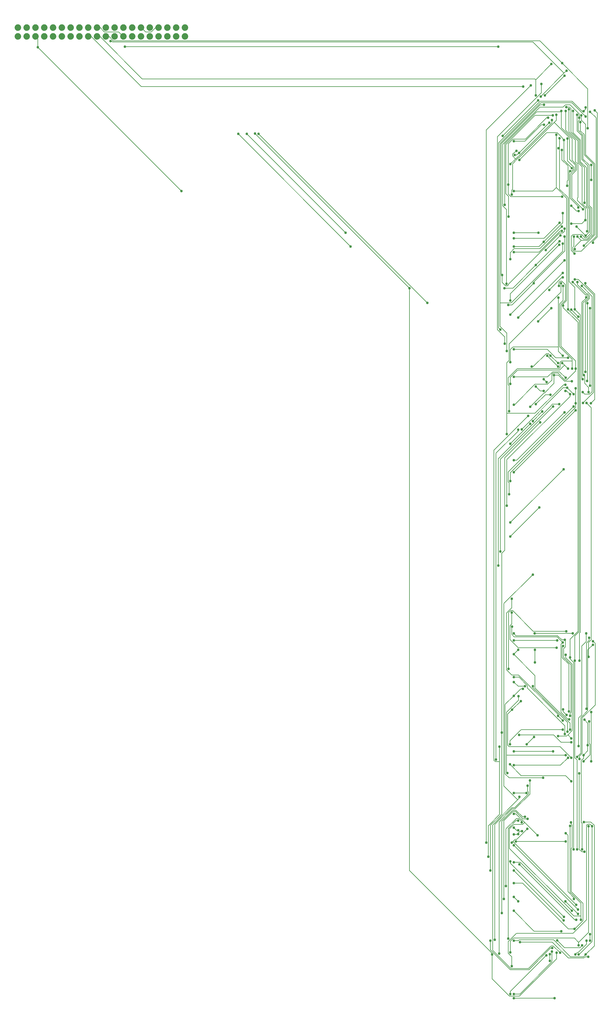
<source format=gbr>
G04 EAGLE Gerber RS-274X export*
G75*
%MOMM*%
%FSLAX34Y34*%
%LPD*%
%INBottom Copper*%
%IPPOS*%
%AMOC8*
5,1,8,0,0,1.08239X$1,22.5*%
G01*
%ADD10C,1.879600*%
%ADD11C,0.152400*%
%ADD12C,0.756400*%


D10*
X1212300Y2852400D03*
X1237700Y2852400D03*
X1263100Y2852400D03*
X1288500Y2852400D03*
X1313900Y2852400D03*
X1339300Y2852400D03*
X1364700Y2852400D03*
X1390100Y2852400D03*
X1415500Y2852400D03*
X1440900Y2852400D03*
X1466300Y2852400D03*
X1491700Y2852400D03*
X1517100Y2852400D03*
X1517100Y2877800D03*
X1491700Y2877800D03*
X1466300Y2877800D03*
X1440900Y2877800D03*
X1415500Y2877800D03*
X1390100Y2877800D03*
X1364700Y2877800D03*
X1339300Y2877800D03*
X1313900Y2877800D03*
X1288500Y2877800D03*
X1263100Y2877800D03*
X1237700Y2877800D03*
X1212300Y2877800D03*
X1542500Y2852400D03*
X1542500Y2877800D03*
X1567900Y2852400D03*
X1567900Y2877800D03*
X1593300Y2852400D03*
X1593300Y2877800D03*
X1618700Y2852400D03*
X1618700Y2877800D03*
X1644100Y2852400D03*
X1644100Y2877800D03*
X1669500Y2852400D03*
X1669500Y2877800D03*
X1694900Y2852400D03*
X1694900Y2877800D03*
D11*
X2821250Y2128750D02*
X2821250Y2065000D01*
X2821250Y2128750D02*
X2805000Y2145000D01*
X2805000Y2461250D01*
X2807500Y2463750D01*
X2835000Y1131250D02*
X2835000Y1051250D01*
X2835000Y1131250D02*
X2837500Y1133750D01*
X2837500Y2048750D01*
X2821250Y2065000D01*
X2800000Y2493750D02*
X2800000Y2557500D01*
X2800000Y2493750D02*
X2818750Y2475000D01*
X2818750Y2470000D01*
X2812500Y2463750D01*
X2807500Y2463750D01*
D12*
X2821250Y2065000D03*
X2807500Y2463750D03*
X2835000Y1051250D03*
X2800000Y2557500D03*
D11*
X2780000Y2278750D02*
X2737500Y2236250D01*
X2661250Y658750D02*
X2661250Y655000D01*
X2656250Y650000D02*
X2583750Y577500D01*
X2656250Y650000D02*
X2661250Y655000D01*
X2583750Y577500D02*
X2583750Y216250D01*
X2636250Y163750D01*
X2687500Y163750D01*
X2752500Y228750D01*
X2758750Y228750D01*
X2778750Y208750D01*
X2700000Y1742500D02*
X2727500Y1770000D01*
X2700000Y1300000D02*
X2616250Y1216250D01*
X2616250Y690000D01*
X2656250Y650000D01*
D12*
X2737500Y2236250D03*
X2780000Y2278750D03*
X2661250Y658750D03*
X2778750Y208750D03*
X2727500Y1770000D03*
X2700000Y1742500D03*
X2700000Y1300000D03*
D11*
X2666250Y852500D02*
X2786250Y852500D01*
X2666250Y852500D02*
X2633750Y820000D01*
X2633750Y810000D01*
X2603750Y760000D02*
X2603750Y607500D01*
X2603750Y760000D02*
X2603750Y803750D01*
X2603750Y607500D02*
X2571250Y575000D01*
X2571250Y486250D01*
X2635000Y472500D02*
X2635000Y467500D01*
X2790000Y312500D01*
X2772500Y1910000D02*
X2751250Y1931250D01*
X2731250Y2260000D02*
X2786250Y2315000D01*
X2786250Y2342500D01*
X2173750Y2246250D02*
X1848750Y2571250D01*
X2645000Y2246250D02*
X2717500Y2246250D01*
X2731250Y2260000D01*
X2603750Y760000D02*
X2591250Y760000D01*
X2587500Y763750D01*
X2587500Y1658750D01*
X2686250Y1757500D01*
X2696250Y1900000D02*
X2701250Y1900000D01*
X2738750Y1937500D01*
X2745000Y1937500D01*
X2751250Y1931250D01*
D12*
X2786250Y852500D03*
X2633750Y810000D03*
X2603750Y803750D03*
X2571250Y486250D03*
X2635000Y472500D03*
X2790000Y312500D03*
X2772500Y1910000D03*
X2751250Y1931250D03*
X2731250Y2260000D03*
X2786250Y2342500D03*
X1848750Y2571250D03*
X2173750Y2246250D03*
X2645000Y2246250D03*
X2686250Y1757500D03*
X2696250Y1900000D03*
D11*
X2610000Y843750D02*
X2610000Y608750D01*
X2577500Y576250D01*
X2577500Y446250D01*
X2645000Y446250D02*
X2788750Y302500D01*
X2772500Y1900000D02*
X2741250Y1931250D01*
X2158750Y2286250D02*
X1873750Y2571250D01*
X2645000Y2286250D02*
X2716250Y2286250D01*
X2610000Y1361250D02*
X2610000Y843750D01*
X2610000Y1361250D02*
X2618750Y1370000D01*
X2618750Y1636250D01*
X2721250Y1738750D01*
D12*
X2610000Y843750D03*
X2577500Y446250D03*
X2645000Y446250D03*
X2788750Y302500D03*
X2772500Y1900000D03*
X2741250Y1931250D03*
X1873750Y2571250D03*
X2158750Y2286250D03*
X2645000Y2286250D03*
X2716250Y2286250D03*
X2721250Y1738750D03*
D11*
X2685000Y691250D02*
X2685000Y675000D01*
X2687500Y672500D01*
X2687500Y667500D01*
X2647500Y627500D01*
X2638750Y627500D01*
X2590000Y578750D01*
X2590000Y246250D01*
X2577500Y243750D02*
X2577500Y217500D01*
X2635000Y160000D01*
X2688750Y160000D01*
X2751250Y222500D01*
X2756250Y222500D01*
X2751250Y1818750D02*
X2736250Y1818750D01*
X2708750Y1791250D01*
X2702500Y2140000D02*
X2702500Y2143750D01*
X2792500Y2233750D01*
X2792500Y2273750D01*
X2791250Y2275000D01*
X2395000Y2083750D02*
X1907500Y2571250D01*
X2628750Y2077500D02*
X2640000Y2077500D01*
X2702500Y2140000D01*
X2703750Y831250D02*
X2682500Y810000D01*
X2706250Y1046250D02*
X2706250Y1082500D01*
D12*
X2685000Y691250D03*
X2590000Y246250D03*
X2577500Y243750D03*
X2756250Y222500D03*
X2751250Y1818750D03*
X2708750Y1791250D03*
X2702500Y2140000D03*
X2791250Y2275000D03*
X1907500Y2571250D03*
X2395000Y2083750D03*
X2628750Y2077500D03*
X2682500Y810000D03*
X2703750Y831250D03*
X2706250Y1046250D03*
X2706250Y1082500D03*
D11*
X2691250Y706250D02*
X2691250Y666250D01*
X2648750Y623750D01*
X2640000Y623750D01*
X2602500Y586250D01*
X2602500Y206250D01*
X2582500Y203750D02*
X2582500Y133750D01*
X2632500Y83750D01*
X2661250Y83750D01*
X2768750Y191250D01*
X2768750Y208750D01*
X2731250Y1830000D02*
X2721250Y1830000D01*
X2708750Y1842500D01*
X2708750Y2192500D02*
X2777500Y2261250D01*
X2343750Y2126250D02*
X1897500Y2572500D01*
X2617500Y2126250D02*
X2642500Y2126250D01*
X2708750Y2192500D01*
X2582500Y207500D02*
X2582500Y203750D01*
X2582500Y207500D02*
X2343750Y446250D01*
X2343750Y2126250D01*
D12*
X2691250Y706250D03*
X2602500Y206250D03*
X2582500Y203750D03*
X2768750Y208750D03*
X2731250Y1830000D03*
X2708750Y1842500D03*
X2708750Y2192500D03*
X2777500Y2261250D03*
X1897500Y2572500D03*
X2343750Y2126250D03*
X2617500Y2126250D03*
D11*
X1450000Y2877500D02*
X1441250Y2877500D01*
X1450000Y2877500D02*
X1462500Y2865000D01*
X1503750Y2865000D01*
X1516250Y2852500D01*
X1441250Y2877500D02*
X1440900Y2877800D01*
X1516250Y2852500D02*
X1517100Y2852400D01*
X1610000Y2877500D02*
X1617500Y2877500D01*
X1610000Y2877500D02*
X1597500Y2865000D01*
X1581250Y2865000D01*
X1568750Y2877500D01*
X1617500Y2877500D02*
X1618700Y2877800D01*
X1568750Y2877500D02*
X1567900Y2877800D01*
X2790000Y2553750D02*
X2790000Y2495000D01*
X2812500Y2472500D01*
X2795000Y530000D02*
X2651250Y530000D01*
X2817500Y1820000D02*
X2798750Y1838750D01*
X2831250Y2043750D02*
X2811250Y2063750D01*
X2795000Y1068750D02*
X2795000Y1060000D01*
X2813750Y1041250D01*
X2813750Y850000D01*
X2801250Y837500D02*
X2797500Y833750D01*
X2801250Y837500D02*
X2813750Y850000D01*
X2797500Y833750D02*
X2772500Y833750D01*
X2787500Y1838750D02*
X2798750Y1838750D01*
X2787500Y1838750D02*
X2667500Y1718750D01*
X2801250Y837500D02*
X2811250Y827500D01*
X2790000Y2553750D02*
X2783750Y2560000D01*
X2783750Y2561250D01*
X2770000Y2575000D01*
X2740000Y2575000D01*
X2661250Y2496250D01*
D12*
X2790000Y2553750D03*
X2812500Y2472500D03*
X2795000Y530000D03*
X2651250Y530000D03*
X2817500Y1820000D03*
X2798750Y1838750D03*
X2811250Y2063750D03*
X2831250Y2043750D03*
X2795000Y1068750D03*
X2772500Y833750D03*
X2667500Y1718750D03*
X2811250Y827500D03*
X2661250Y2496250D03*
D11*
X2855000Y243750D02*
X2855000Y233750D01*
X2831250Y210000D01*
X2828750Y210000D01*
X2822500Y203750D01*
X2635000Y97500D02*
X2635000Y90000D01*
X2635000Y97500D02*
X2738750Y201250D01*
D12*
X2855000Y243750D03*
X2822500Y203750D03*
X2635000Y90000D03*
X2738750Y201250D03*
D11*
X2865000Y243750D02*
X2865000Y262500D01*
X2748750Y205000D02*
X2748750Y185000D01*
D12*
X2865000Y262500D03*
X2865000Y243750D03*
X2748750Y205000D03*
X2748750Y185000D03*
D11*
X2762500Y77500D02*
X2645000Y77500D01*
X2755000Y182500D02*
X2755000Y212500D01*
X2755000Y182500D02*
X2662500Y90000D01*
X2645000Y90000D01*
D12*
X2762500Y77500D03*
X2645000Y77500D03*
X2755000Y212500D03*
X2645000Y90000D03*
D11*
X2871250Y241250D02*
X2871250Y573750D01*
X2871250Y241250D02*
X2833750Y203750D01*
X2832500Y203750D01*
X2638750Y197500D02*
X2638750Y170000D01*
X2638750Y197500D02*
X2628750Y207500D01*
X2628750Y241250D01*
X2652500Y265000D01*
X2816250Y265000D01*
X2855000Y303750D01*
X2855000Y576250D01*
X2858750Y580000D01*
X2865000Y580000D01*
X2871250Y573750D01*
D12*
X2871250Y573750D03*
X2832500Y203750D03*
X2638750Y170000D03*
D11*
X2861250Y267500D02*
X2861250Y573750D01*
X2861250Y267500D02*
X2832500Y238750D01*
X2832500Y230000D01*
X2635000Y242500D02*
X2635000Y210000D01*
X2635000Y242500D02*
X2643750Y251250D01*
X2820000Y251250D01*
X2832500Y238750D01*
D12*
X2861250Y573750D03*
X2832500Y230000D03*
X2635000Y210000D03*
D11*
X2651250Y590000D02*
X2657500Y590000D01*
X2651250Y590000D02*
X2628750Y567500D01*
X2628750Y250000D01*
D12*
X2657500Y590000D03*
X2628750Y250000D03*
D11*
X2847500Y586250D02*
X2867500Y586250D01*
X2877500Y576250D01*
X2877500Y228750D01*
X2852500Y203750D01*
X2657500Y243750D02*
X2645000Y243750D01*
X2657500Y243750D02*
X2660000Y246250D01*
X2760000Y246250D01*
X2808750Y197500D01*
X2846250Y197500D01*
X2852500Y203750D01*
D12*
X2847500Y586250D03*
X2852500Y203750D03*
X2645000Y243750D03*
D11*
X2670000Y601250D02*
X2677500Y601250D01*
X2670000Y601250D02*
X2651250Y620000D01*
X2641250Y620000D01*
X2610000Y588750D01*
X2610000Y323750D01*
X2851250Y197500D02*
X2860000Y197500D01*
X2851250Y197500D02*
X2847500Y193750D01*
X2802500Y193750D01*
X2756250Y240000D01*
X2662500Y240000D01*
D12*
X2677500Y601250D03*
X2610000Y323750D03*
X2860000Y197500D03*
X2662500Y240000D03*
D11*
X2671250Y595000D02*
X2685000Y595000D01*
X2671250Y595000D02*
X2650000Y616250D01*
X2642500Y616250D01*
X2616250Y590000D01*
X2616250Y363750D01*
X2703750Y271250D02*
X2782500Y271250D01*
X2703750Y271250D02*
X2645000Y330000D01*
D12*
X2685000Y595000D03*
X2616250Y363750D03*
X2782500Y271250D03*
X2645000Y330000D03*
D11*
X2667500Y585000D02*
X2667500Y588750D01*
X2660000Y596250D01*
X2652500Y596250D01*
X2622500Y566250D01*
X2622500Y401250D01*
X2793750Y357500D02*
X2830000Y321250D01*
X2657500Y357500D02*
X2645000Y370000D01*
D12*
X2667500Y585000D03*
X2622500Y401250D03*
X2830000Y321250D03*
X2793750Y357500D03*
X2657500Y357500D03*
X2645000Y370000D03*
D11*
X2810000Y581250D02*
X2810000Y585000D01*
X2810000Y581250D02*
X2813750Y577500D01*
X2813750Y512500D01*
X2811250Y510000D01*
X2811250Y385000D01*
X2845000Y351250D01*
X2845000Y301250D01*
X2821250Y277500D01*
X2820000Y277500D01*
X2670000Y410000D02*
X2645000Y410000D01*
X2670000Y410000D02*
X2802500Y277500D01*
X2820000Y277500D01*
D12*
X2810000Y585000D03*
X2820000Y277500D03*
X2645000Y410000D03*
D11*
X2807500Y383750D02*
X2807500Y575000D01*
X2807500Y383750D02*
X2838750Y352500D01*
X2838750Y315000D02*
X2838750Y303750D01*
X2838750Y315000D02*
X2838750Y352500D01*
X2663750Y470000D02*
X2645000Y470000D01*
X2663750Y470000D02*
X2818750Y315000D01*
X2838750Y315000D01*
D12*
X2807500Y575000D03*
X2838750Y303750D03*
X2645000Y470000D03*
D11*
X2653750Y536250D02*
X2683750Y566250D01*
X2653750Y536250D02*
X2648750Y536250D01*
X2642500Y530000D02*
X2638750Y526250D01*
X2642500Y530000D02*
X2648750Y536250D01*
X2642500Y530000D02*
X2825000Y347500D01*
D12*
X2683750Y566250D03*
X2638750Y526250D03*
X2825000Y347500D03*
D11*
X2668750Y560000D02*
X2663750Y560000D01*
X2656250Y552500D02*
X2653750Y550000D01*
X2656250Y552500D02*
X2663750Y560000D01*
X2653750Y550000D02*
X2645000Y550000D01*
X2821250Y303750D02*
X2825000Y303750D01*
X2821250Y303750D02*
X2661250Y463750D01*
X2657500Y551250D02*
X2656250Y552500D01*
D12*
X2668750Y560000D03*
X2645000Y550000D03*
X2825000Y303750D03*
X2661250Y463750D03*
X2657500Y551250D03*
D11*
X2657500Y562500D02*
X2652500Y562500D01*
X2645000Y570000D01*
X2818750Y367500D02*
X2818750Y363750D01*
X2818750Y367500D02*
X2801250Y385000D01*
X2801250Y547500D01*
X2795000Y553750D01*
D12*
X2657500Y562500D03*
X2645000Y570000D03*
X2818750Y363750D03*
X2795000Y553750D03*
D11*
X2676250Y585000D02*
X2651250Y610000D01*
X2676250Y585000D02*
X2713750Y547500D01*
X2651250Y610000D02*
X2645000Y610000D01*
X2632500Y510000D02*
X2812500Y330000D01*
X2632500Y510000D02*
X2632500Y566250D01*
X2645000Y578750D01*
X2670000Y578750D01*
X2676250Y585000D01*
D12*
X2713750Y547500D03*
X2645000Y610000D03*
X2812500Y330000D03*
D11*
X2862500Y812500D02*
X2862500Y876250D01*
X2862500Y812500D02*
X2865000Y810000D01*
X2865000Y780000D01*
X2846250Y761250D01*
X2681250Y670000D02*
X2645000Y670000D01*
D12*
X2862500Y876250D03*
X2846250Y761250D03*
X2645000Y670000D03*
X2681250Y670000D03*
D11*
X2658750Y937500D02*
X2658750Y948750D01*
X2658750Y937500D02*
X2623750Y902500D01*
X2623750Y778750D02*
X2623750Y730000D01*
X2623750Y778750D02*
X2623750Y902500D01*
X2623750Y730000D02*
X2626250Y727500D01*
X2623750Y778750D02*
X2795000Y778750D01*
D12*
X2658750Y948750D03*
X2626250Y727500D03*
X2795000Y778750D03*
D11*
X2858750Y1082500D02*
X2873750Y1097500D01*
X2858750Y1082500D02*
X2858750Y907500D01*
X2838750Y887500D01*
X2838750Y785000D01*
X2827500Y773750D01*
X2780000Y750000D02*
X2645000Y750000D01*
X2780000Y750000D02*
X2801250Y771250D01*
D12*
X2873750Y1097500D03*
X2827500Y773750D03*
X2645000Y750000D03*
X2801250Y771250D03*
D11*
X2880000Y1101250D02*
X2873750Y1107500D01*
X2880000Y1101250D02*
X2880000Y923750D01*
X2842500Y886250D01*
X2842500Y783750D01*
X2835000Y776250D01*
X2835000Y767500D01*
X2758750Y790000D02*
X2645000Y790000D01*
D12*
X2873750Y1107500D03*
X2835000Y767500D03*
X2645000Y790000D03*
X2758750Y790000D03*
D11*
X2862500Y1110000D02*
X2862500Y1117500D01*
X2862500Y1110000D02*
X2855000Y1102500D01*
X2855000Y912500D01*
D12*
X2862500Y1117500D03*
X2855000Y912500D03*
D11*
X2853750Y1106250D02*
X2853750Y1130000D01*
X2853750Y1106250D02*
X2841250Y1093750D01*
X2841250Y895000D01*
X2832500Y886250D01*
X2832500Y805000D01*
X2760000Y837500D02*
X2660000Y837500D01*
X2760000Y837500D02*
X2781250Y816250D01*
X2811250Y816250D01*
D12*
X2853750Y1130000D03*
X2832500Y805000D03*
X2660000Y837500D03*
X2811250Y816250D03*
D11*
X2665000Y935000D02*
X2640000Y910000D01*
X2778750Y803750D02*
X2811250Y771250D01*
X2778750Y803750D02*
X2631250Y803750D01*
X2627500Y807500D01*
X2627500Y897500D01*
X2640000Y910000D01*
D12*
X2665000Y935000D03*
X2640000Y910000D03*
X2811250Y771250D03*
D11*
X2671250Y970000D02*
X2665000Y970000D01*
X2645000Y950000D01*
X2631250Y713750D02*
X2730000Y713750D01*
X2631250Y713750D02*
X2620000Y725000D01*
X2620000Y925000D01*
X2645000Y950000D01*
D12*
X2671250Y970000D03*
X2645000Y950000D03*
X2730000Y713750D03*
D11*
X2677500Y977500D02*
X2657500Y977500D01*
X2645000Y990000D01*
X2800000Y873750D02*
X2800000Y846250D01*
X2800000Y873750D02*
X2700000Y973750D01*
X2700000Y977500D01*
D12*
X2677500Y977500D03*
X2645000Y990000D03*
X2800000Y846250D03*
X2700000Y977500D03*
D11*
X2701250Y1136250D02*
X2796250Y1136250D01*
X2701250Y1136250D02*
X2641250Y1196250D01*
X2636250Y1196250D01*
X2630000Y1190000D01*
X2630000Y1027500D01*
X2792500Y863750D02*
X2792500Y840000D01*
X2792500Y863750D02*
X2683750Y972500D01*
X2683750Y980000D01*
X2660000Y1003750D01*
X2645000Y1003750D01*
D12*
X2796250Y1136250D03*
X2630000Y1027500D03*
X2792500Y840000D03*
X2645000Y1003750D03*
D11*
X2705000Y1130000D02*
X2815000Y1130000D01*
X2657500Y1082500D02*
X2645000Y1070000D01*
X2807500Y871250D02*
X2807500Y852500D01*
X2807500Y871250D02*
X2706250Y972500D01*
X2706250Y1008750D01*
X2645000Y1070000D01*
D12*
X2815000Y1130000D03*
X2705000Y1130000D03*
X2657500Y1082500D03*
X2645000Y1070000D03*
X2807500Y852500D03*
D11*
X2770000Y1110000D02*
X2645000Y1110000D01*
X2803750Y1041250D02*
X2803750Y905000D01*
X2803750Y1041250D02*
X2785000Y1060000D01*
X2785000Y1091250D01*
X2787500Y1093750D01*
D12*
X2770000Y1110000D03*
X2645000Y1110000D03*
X2803750Y905000D03*
X2787500Y1093750D03*
D11*
X2783750Y1111250D02*
X2792500Y1111250D01*
X2783750Y1111250D02*
X2771250Y1123750D01*
X2651250Y1123750D01*
X2645000Y1130000D01*
X2807500Y900000D02*
X2807500Y892500D01*
X2807500Y900000D02*
X2810000Y902500D01*
X2810000Y1040000D01*
X2788750Y1061250D01*
X2788750Y1086250D01*
X2793750Y1091250D01*
X2793750Y1110000D01*
X2792500Y1111250D01*
D12*
X2792500Y1111250D03*
X2645000Y1130000D03*
X2807500Y892500D03*
D11*
X2786250Y1103750D02*
X2770000Y1120000D01*
X2646250Y1120000D01*
X2638750Y1127500D01*
X2638750Y1148750D01*
X2640000Y1150000D01*
X2801250Y882500D02*
X2805000Y882500D01*
X2801250Y882500D02*
X2781250Y902500D01*
X2781250Y1098750D01*
X2786250Y1103750D01*
D12*
X2786250Y1103750D03*
X2640000Y1150000D03*
X2805000Y882500D03*
D11*
X2787500Y905000D02*
X2787500Y911250D01*
X2787500Y905000D02*
X2797500Y895000D01*
X2638750Y1157500D02*
X2638750Y1190000D01*
X2638750Y1157500D02*
X2633750Y1152500D01*
X2633750Y1112500D01*
X2657500Y1088750D01*
X2768750Y1088750D01*
D12*
X2787500Y911250D03*
X2797500Y895000D03*
X2638750Y1190000D03*
X2768750Y1088750D03*
D11*
X2772500Y892500D02*
X2786250Y878750D01*
X2638750Y1203750D02*
X2638750Y1230000D01*
X2638750Y1203750D02*
X2623750Y1188750D01*
X2623750Y1025000D01*
X2638750Y1010000D01*
X2658750Y1010000D01*
X2772500Y896250D01*
X2772500Y892500D01*
D12*
X2772500Y892500D03*
X2786250Y878750D03*
X2638750Y1230000D03*
D11*
X2853750Y2097500D02*
X2853750Y2100000D01*
X2853750Y2097500D02*
X2841250Y2085000D01*
X2841250Y1866250D01*
X2843750Y1863750D01*
X2600000Y1633750D02*
X2600000Y1326250D01*
X2600000Y1633750D02*
X2752500Y1786250D01*
X2752500Y1787500D01*
X2756250Y1791250D01*
X2776250Y1791250D01*
D12*
X2853750Y2100000D03*
X2843750Y1863750D03*
X2600000Y1326250D03*
X2776250Y1791250D03*
D11*
X2857500Y1860000D02*
X2857500Y2082500D01*
X2857500Y1860000D02*
X2856250Y1858750D01*
X2606250Y1632500D02*
X2606250Y1366250D01*
X2606250Y1632500D02*
X2758750Y1785000D01*
D12*
X2857500Y2082500D03*
X2856250Y1858750D03*
X2606250Y1366250D03*
X2758750Y1785000D03*
D11*
X2715000Y2030000D02*
X2753750Y2068750D01*
X2718750Y1493750D02*
X2635000Y1410000D01*
D12*
X2753750Y2068750D03*
X2715000Y2030000D03*
X2635000Y1410000D03*
X2718750Y1493750D03*
D11*
X2851250Y2136250D02*
X2851250Y2140000D01*
X2851250Y2136250D02*
X2878750Y2108750D01*
X2878750Y1805000D01*
X2867500Y1793750D01*
X2788750Y1603750D02*
X2635000Y1450000D01*
D12*
X2851250Y2140000D03*
X2867500Y1793750D03*
X2635000Y1450000D03*
X2788750Y1603750D03*
D11*
X2786250Y2157500D02*
X2783750Y2157500D01*
X2747500Y2121250D01*
X2793750Y1830000D02*
X2797500Y1830000D01*
X2807500Y1820000D01*
X2625000Y1631250D02*
X2625000Y1498750D01*
X2625000Y1631250D02*
X2807500Y1813750D01*
X2807500Y1820000D01*
D12*
X2786250Y2157500D03*
X2747500Y2121250D03*
X2793750Y1830000D03*
X2807500Y1820000D03*
X2625000Y1498750D03*
D11*
X2871250Y2102500D02*
X2841250Y2132500D01*
X2871250Y2102500D02*
X2871250Y1827500D01*
X2863750Y1820000D01*
X2850000Y1820000D01*
X2843750Y1826250D01*
X2631250Y1565000D02*
X2631250Y1531250D01*
X2631250Y1565000D02*
X2628750Y1567500D01*
X2628750Y1596250D01*
X2817500Y1785000D01*
D12*
X2841250Y2132500D03*
X2843750Y1826250D03*
X2631250Y1531250D03*
X2817500Y1785000D03*
D11*
X2828750Y2136250D02*
X2828750Y2143750D01*
X2828750Y2136250D02*
X2855000Y2110000D01*
X2857500Y2110000D01*
X2863750Y2103750D01*
X2863750Y2096250D01*
X2856250Y2088750D01*
X2855000Y2088750D01*
X2851250Y2085000D01*
X2851250Y1885000D01*
X2823750Y1837500D02*
X2823750Y1793750D01*
X2635000Y1593750D02*
X2635000Y1570000D01*
X2635000Y1593750D02*
X2823750Y1782500D01*
X2823750Y1793750D01*
D12*
X2828750Y2143750D03*
X2851250Y1885000D03*
X2823750Y1837500D03*
X2823750Y1793750D03*
X2635000Y1570000D03*
D11*
X2821250Y2151250D02*
X2831250Y2151250D01*
X2875000Y2107500D01*
X2875000Y1825000D01*
X2845000Y1795000D01*
X2823750Y1773750D02*
X2645000Y1595000D01*
D12*
X2821250Y2151250D03*
X2845000Y1795000D03*
X2645000Y1595000D03*
X2823750Y1773750D03*
D11*
X2852500Y2106250D02*
X2815000Y2143750D01*
X2852500Y2106250D02*
X2856250Y2106250D01*
X2860000Y2102500D01*
X2860000Y2097500D01*
X2855000Y2092500D01*
X2853750Y2092500D01*
X2845000Y2083750D01*
X2845000Y1877500D01*
X2847500Y1875000D01*
X2653750Y1630000D02*
X2645000Y1630000D01*
X2653750Y1630000D02*
X2791250Y1767500D01*
X2861250Y1826250D02*
X2861250Y1840000D01*
X2850000Y1851250D01*
X2850000Y1872500D01*
X2847500Y1875000D01*
D12*
X2815000Y2143750D03*
X2847500Y1875000D03*
X2645000Y1630000D03*
X2791250Y1767500D03*
X2861250Y1826250D03*
D11*
X2773750Y1875000D02*
X2761250Y1875000D01*
X2773750Y1875000D02*
X2791250Y1857500D01*
X2812500Y1857500D01*
X2692500Y1735000D02*
X2635000Y1677500D01*
X2692500Y1783750D02*
X2732500Y1823750D01*
X2733750Y1823750D01*
X2761250Y1851250D01*
X2761250Y1875000D01*
D12*
X2761250Y1875000D03*
X2812500Y1857500D03*
X2635000Y1677500D03*
X2692500Y1735000D03*
X2692500Y1783750D03*
D11*
X2781250Y2115000D02*
X2781250Y2140000D01*
X2781250Y2115000D02*
X2631250Y1965000D01*
X2631250Y1917500D01*
X2625000Y1911250D01*
X2625000Y1765000D02*
X2625000Y1705000D01*
X2625000Y1765000D02*
X2625000Y1911250D01*
X2788750Y1847500D02*
X2793750Y1847500D01*
X2788750Y1847500D02*
X2706250Y1765000D01*
X2625000Y1765000D01*
D12*
X2781250Y2140000D03*
X2625000Y1705000D03*
X2793750Y1847500D03*
D11*
X2787500Y2090000D02*
X2787500Y2132500D01*
X2787500Y2090000D02*
X2777500Y2080000D01*
X2777500Y1957500D01*
X2813750Y1921250D01*
X2813750Y1916250D02*
X2813750Y1893750D01*
X2813750Y1916250D02*
X2813750Y1921250D01*
X2631250Y1845000D02*
X2631250Y1771250D01*
X2631250Y1845000D02*
X2628750Y1847500D01*
X2628750Y1867500D01*
X2655000Y1893750D01*
X2775000Y1893750D01*
X2778750Y1897500D01*
X2778750Y1912500D01*
X2782500Y1916250D01*
X2813750Y1916250D01*
D12*
X2787500Y2132500D03*
X2813750Y1893750D03*
X2631250Y1771250D03*
D11*
X2775000Y2132500D02*
X2775000Y2142500D01*
X2778750Y2146250D01*
X2783750Y2146250D01*
X2793750Y2136250D01*
X2793750Y2091250D01*
X2781250Y2078750D01*
X2781250Y1958750D01*
X2823750Y1916250D01*
X2823750Y1893750D01*
X2647500Y1790000D02*
X2645000Y1790000D01*
X2647500Y1790000D02*
X2706250Y1848750D01*
X2742500Y1848750D01*
X2755000Y1861250D01*
X2755000Y1877500D01*
X2758750Y1881250D01*
X2772500Y1881250D01*
X2792500Y1861250D01*
X2797500Y1861250D01*
X2823750Y1887500D01*
X2823750Y1893750D01*
D12*
X2775000Y2132500D03*
X2823750Y1893750D03*
X2645000Y1790000D03*
D11*
X2791250Y1903750D02*
X2801250Y1893750D01*
X2791250Y1903750D02*
X2785000Y1910000D01*
X2635000Y1868750D02*
X2635000Y1850000D01*
X2635000Y1868750D02*
X2656250Y1890000D01*
X2777500Y1890000D01*
X2791250Y1903750D01*
D12*
X2785000Y1910000D03*
X2801250Y1893750D03*
X2635000Y1850000D03*
D11*
X2645000Y1870000D02*
X2742500Y1870000D01*
X2757500Y1885000D01*
X2777500Y1885000D01*
X2795000Y1867500D01*
D12*
X2645000Y1870000D03*
X2795000Y1867500D03*
D11*
X2773750Y1943750D02*
X2773750Y1956250D01*
X2773750Y2098750D01*
X2773750Y1943750D02*
X2786250Y1931250D01*
X2635000Y1948750D02*
X2635000Y1912500D01*
X2635000Y1948750D02*
X2642500Y1956250D01*
X2773750Y1956250D01*
D12*
X2773750Y2098750D03*
X2786250Y1931250D03*
X2635000Y1912500D03*
D11*
X2852500Y2621250D02*
X2812500Y2661250D01*
X2722500Y2661250D01*
X2605000Y2543750D01*
X2605000Y2083750D02*
X2605000Y2016250D01*
X2605000Y2083750D02*
X2605000Y2543750D01*
X2605000Y2016250D02*
X2625000Y1996250D01*
X2625000Y1945000D01*
X2786250Y2232500D02*
X2786250Y2255000D01*
X2786250Y2232500D02*
X2637500Y2083750D01*
X2605000Y2083750D01*
D12*
X2852500Y2621250D03*
X2625000Y1945000D03*
X2786250Y2255000D03*
D11*
X2842500Y2636250D02*
X2846250Y2636250D01*
X2842500Y2636250D02*
X2813750Y2665000D01*
X2721250Y2665000D01*
X2601250Y2545000D01*
X2601250Y2011250D01*
X2606250Y2006250D01*
X2818750Y2247500D02*
X2818750Y2275000D01*
X2818750Y2247500D02*
X2815000Y2243750D01*
X2815000Y2236250D01*
X2818750Y2232500D01*
X2840000Y2232500D01*
X2882500Y2275000D01*
X2882500Y2617500D01*
X2865000Y2635000D01*
X2852500Y2642500D02*
X2852500Y2647500D01*
X2852500Y2642500D02*
X2846250Y2636250D01*
D12*
X2846250Y2636250D03*
X2606250Y2006250D03*
X2818750Y2275000D03*
X2865000Y2635000D03*
X2852500Y2647500D03*
D11*
X2837500Y2605000D02*
X2837500Y2580000D01*
X2848750Y2568750D01*
X2848750Y2510000D01*
X2875000Y2483750D01*
X2875000Y2281250D01*
X2857500Y2263750D01*
X2840000Y2263750D01*
X2828750Y2275000D01*
X2791250Y2206250D02*
X2635000Y2050000D01*
X2821250Y2238750D02*
X2821250Y2245000D01*
X2840000Y2263750D01*
D12*
X2837500Y2605000D03*
X2828750Y2275000D03*
X2635000Y2050000D03*
X2791250Y2206250D03*
X2821250Y2238750D03*
D11*
X2840000Y2611250D02*
X2840000Y2625000D01*
X2840000Y2611250D02*
X2852500Y2598750D01*
X2852500Y2511250D01*
X2878750Y2485000D01*
X2878750Y2280000D01*
X2847500Y2248750D01*
X2635000Y2110000D02*
X2635000Y2090000D01*
X2635000Y2110000D02*
X2776250Y2251250D01*
D12*
X2840000Y2625000D03*
X2847500Y2248750D03*
X2635000Y2090000D03*
X2776250Y2251250D03*
D11*
X2833750Y2610000D02*
X2833750Y2617500D01*
X2833750Y2610000D02*
X2831250Y2607500D01*
X2831250Y2581250D01*
X2845000Y2567500D01*
X2845000Y2498750D01*
X2862500Y2481250D01*
X2862500Y2365000D01*
X2870000Y2357500D01*
X2870000Y2281250D01*
X2856250Y2267500D01*
X2846250Y2267500D01*
X2838750Y2275000D01*
X2623750Y2352500D02*
X2623750Y2138750D01*
X2623750Y2352500D02*
X2612500Y2363750D01*
X2612500Y2541250D01*
X2720000Y2648750D01*
X2787500Y2648750D01*
X2793750Y2655000D01*
X2807500Y2655000D01*
X2833750Y2628750D01*
X2833750Y2617500D01*
D12*
X2833750Y2617500D03*
X2838750Y2275000D03*
X2623750Y2138750D03*
D11*
X2721250Y2655000D02*
X2732500Y2655000D01*
X2721250Y2655000D02*
X2608750Y2542500D01*
X2608750Y2166250D01*
X2611250Y2163750D01*
X2791250Y2290000D02*
X2791250Y2297500D01*
X2791250Y2290000D02*
X2786250Y2285000D01*
X2777500Y2285000D01*
X2630000Y2137500D01*
X2630000Y2136250D01*
X2626250Y2132500D01*
X2621250Y2132500D01*
X2611250Y2142500D01*
X2611250Y2163750D01*
D12*
X2732500Y2655000D03*
X2611250Y2163750D03*
X2791250Y2297500D03*
D11*
X2816250Y2575000D02*
X2816250Y2637500D01*
X2816250Y2575000D02*
X2837500Y2553750D01*
X2837500Y2491250D01*
X2855000Y2473750D01*
X2855000Y2362500D01*
X2862500Y2355000D01*
X2862500Y2287500D01*
X2852500Y2277500D01*
X2635000Y2228750D02*
X2635000Y2210000D01*
X2635000Y2228750D02*
X2646250Y2240000D01*
X2720000Y2240000D01*
X2783750Y2303750D01*
X2826250Y2303750D02*
X2852500Y2277500D01*
D12*
X2816250Y2637500D03*
X2852500Y2277500D03*
X2635000Y2210000D03*
X2783750Y2303750D03*
X2826250Y2303750D03*
D11*
X2803750Y2577500D02*
X2803750Y2642500D01*
X2803750Y2577500D02*
X2830000Y2551250D01*
X2830000Y2488750D01*
X2842500Y2476250D01*
X2842500Y2370000D01*
X2857500Y2355000D01*
X2857500Y2291250D01*
X2856250Y2290000D01*
X2717500Y2230000D02*
X2645000Y2230000D01*
X2717500Y2230000D02*
X2778750Y2291250D01*
X2783750Y2291250D01*
D12*
X2803750Y2642500D03*
X2856250Y2290000D03*
X2645000Y2230000D03*
X2783750Y2291250D03*
D11*
X2795000Y2581250D02*
X2795000Y2637500D01*
X2795000Y2581250D02*
X2822500Y2553750D01*
X2822500Y2491250D01*
X2830000Y2483750D01*
X2830000Y2387500D01*
X2828750Y2386250D01*
X2828750Y2378750D01*
X2851250Y2356250D01*
X2851250Y2322500D01*
X2732500Y2270000D02*
X2645000Y2270000D01*
X2732500Y2270000D02*
X2777500Y2315000D01*
X2811250Y2312500D02*
X2841250Y2312500D01*
X2851250Y2322500D01*
D12*
X2795000Y2637500D03*
X2851250Y2322500D03*
X2645000Y2270000D03*
X2777500Y2315000D03*
X2811250Y2312500D03*
D11*
X2806250Y2648750D02*
X2796250Y2648750D01*
X2806250Y2648750D02*
X2810000Y2645000D01*
X2810000Y2576250D01*
X2833750Y2552500D01*
X2833750Y2490000D01*
X2848750Y2475000D01*
X2848750Y2372500D01*
X2630000Y2391250D02*
X2630000Y2332500D01*
X2630000Y2391250D02*
X2622500Y2398750D01*
X2622500Y2541250D01*
X2706250Y2625000D01*
X2757500Y2625000D01*
D12*
X2796250Y2648750D03*
X2848750Y2372500D03*
X2630000Y2332500D03*
X2757500Y2625000D03*
D11*
X2782500Y2635000D02*
X2782500Y2588750D01*
X2813750Y2557500D01*
X2813750Y2495000D01*
X2826250Y2482500D01*
X2826250Y2467500D01*
X2812500Y2453750D01*
X2812500Y2386250D01*
X2845000Y2353750D01*
X2618750Y2366250D02*
X2618750Y2542500D01*
X2711250Y2635000D01*
X2782500Y2635000D01*
X2782500Y2637500D01*
D12*
X2782500Y2637500D03*
X2845000Y2353750D03*
X2618750Y2366250D03*
D11*
X2767500Y2610000D02*
X2767500Y2626250D01*
X2761250Y2603750D02*
X2660000Y2502500D01*
X2761250Y2603750D02*
X2767500Y2610000D01*
X2660000Y2502500D02*
X2658750Y2502500D01*
X2641250Y2485000D01*
X2641250Y2411250D01*
X2638750Y2408750D01*
X2638750Y2396250D01*
X2831250Y2362500D02*
X2831250Y2358750D01*
X2831250Y2362500D02*
X2808750Y2385000D01*
X2808750Y2455000D01*
X2822500Y2468750D01*
X2822500Y2481250D01*
X2806250Y2497500D01*
X2806250Y2560000D01*
X2762500Y2603750D01*
X2761250Y2603750D01*
D12*
X2767500Y2626250D03*
X2638750Y2396250D03*
X2831250Y2358750D03*
D11*
X2743750Y2617500D02*
X2740000Y2617500D01*
X2678750Y2556250D01*
X2642500Y2556250D01*
X2628750Y2542500D01*
X2628750Y2425000D01*
X2826250Y2348750D02*
X2832500Y2348750D01*
X2826250Y2348750D02*
X2811250Y2363750D01*
X2785000Y2390000D02*
X2636250Y2390000D01*
X2628750Y2397500D01*
X2628750Y2425000D01*
D12*
X2743750Y2617500D03*
X2628750Y2425000D03*
X2832500Y2348750D03*
X2811250Y2363750D03*
X2785000Y2390000D03*
D11*
X2755000Y2602500D02*
X2755000Y2611250D01*
X2755000Y2602500D02*
X2658750Y2506250D01*
X2657500Y2506250D01*
X2650000Y2498750D02*
X2635000Y2483750D01*
X2650000Y2498750D02*
X2657500Y2506250D01*
X2646250Y2516250D02*
X2652500Y2522500D01*
X2646250Y2516250D02*
X2645000Y2516250D01*
X2641250Y2512500D01*
X2641250Y2507500D01*
X2650000Y2498750D01*
D12*
X2755000Y2611250D03*
X2635000Y2483750D03*
X2652500Y2522500D03*
D11*
X2660000Y2516250D02*
X2653750Y2510000D01*
X2660000Y2516250D02*
X2747500Y2603750D01*
X2653750Y2510000D02*
X2647500Y2510000D01*
D12*
X2747500Y2603750D03*
X2647500Y2510000D03*
X2660000Y2516250D03*
D11*
X2725000Y2597500D02*
X2732500Y2597500D01*
X2725000Y2597500D02*
X2677500Y2550000D01*
X2645000Y2550000D01*
D12*
X2732500Y2597500D03*
X2645000Y2550000D03*
D11*
X2766250Y1925000D02*
X2801250Y1925000D01*
X2766250Y1925000D02*
X2741250Y1950000D01*
X2645000Y1950000D01*
X2618750Y1966250D02*
X2618750Y1985000D01*
X2597500Y2006250D01*
X2597500Y2562500D01*
X2725000Y2690000D01*
X2725000Y2715000D01*
D12*
X2801250Y1925000D03*
X2645000Y1950000D03*
X2618750Y1966250D03*
X2725000Y2715000D03*
D11*
X2645000Y518750D02*
X2830000Y333750D01*
X2565000Y526250D02*
X2565000Y2582500D01*
X2693750Y2711250D01*
D12*
X2830000Y333750D03*
X2645000Y518750D03*
X2565000Y526250D03*
X2693750Y2711250D03*
D11*
X2817500Y1046250D02*
X2817500Y507500D01*
X2817500Y1046250D02*
X2807500Y1056250D01*
X2807500Y1061250D01*
X1270000Y2821250D02*
X1270000Y2845000D01*
X1263750Y2851250D01*
X1263100Y2852400D01*
X2787500Y2080000D02*
X2787500Y2076250D01*
X2787500Y2080000D02*
X2797500Y2090000D01*
X2797500Y2386250D01*
X2767500Y2416250D01*
X2767500Y2568750D01*
X1685000Y2406250D02*
X1270000Y2821250D01*
X2645000Y2406250D02*
X2757500Y2406250D01*
X2767500Y2416250D01*
X2807500Y1113750D02*
X2807500Y1061250D01*
X2807500Y1113750D02*
X2830000Y1136250D01*
X2830000Y2027500D01*
X2787500Y2070000D01*
X2787500Y2076250D01*
D12*
X2817500Y507500D03*
X2807500Y1061250D03*
X1270000Y2821250D03*
X2787500Y2076250D03*
X2767500Y2568750D03*
X1685000Y2406250D03*
X2645000Y2406250D03*
D11*
X2827500Y765000D02*
X2827500Y507500D01*
X2827500Y765000D02*
X2821250Y771250D01*
X2821250Y1051250D01*
X2777500Y2411250D02*
X2777500Y2530000D01*
X2777500Y2558750D01*
X2777500Y2411250D02*
X2801250Y2387500D01*
X2801250Y2065000D01*
X2612500Y2565000D02*
X2715000Y2667500D01*
X2773750Y2530000D02*
X2777500Y2530000D01*
X2821250Y1122500D02*
X2821250Y1051250D01*
X2821250Y1122500D02*
X2833750Y1135000D01*
X2833750Y2032500D01*
X2801250Y2065000D01*
D12*
X2827500Y507500D03*
X2821250Y1051250D03*
X2777500Y2558750D03*
X2801250Y2065000D03*
X2612500Y2565000D03*
X2715000Y2667500D03*
X2773750Y2530000D03*
D11*
X2811250Y2235000D02*
X2820000Y2226250D01*
X2811250Y2235000D02*
X2811250Y2276250D01*
X2816250Y2281250D01*
X2841250Y2281250D01*
X2846250Y2276250D01*
X2846250Y2275000D01*
X2850000Y2271250D01*
X2855000Y2271250D01*
X2866250Y2282500D01*
X2866250Y2356250D01*
X2858750Y2363750D01*
X2858750Y2480000D01*
X2841250Y2497500D01*
X2841250Y2566250D01*
X2827500Y2580000D01*
X2827500Y2626250D01*
X2841250Y500000D02*
X2848750Y500000D01*
X2841250Y500000D02*
X2833750Y507500D01*
X2833750Y726250D01*
X2868750Y761250D02*
X2868750Y903750D01*
X2657500Y2041250D02*
X2786250Y2170000D01*
X2657500Y1717500D02*
X2657500Y1713750D01*
X2593750Y1650000D01*
X2593750Y766250D01*
X2633750Y752500D02*
X2666250Y720000D01*
X2795000Y720000D01*
X2811250Y703750D01*
D12*
X2820000Y2226250D03*
X2827500Y2626250D03*
X2848750Y500000D03*
X2833750Y726250D03*
X2868750Y761250D03*
X2868750Y903750D03*
X2786250Y2170000D03*
X2657500Y2041250D03*
X2657500Y1717500D03*
X2593750Y766250D03*
X2633750Y752500D03*
X2811250Y703750D03*
D11*
X2858750Y2587500D02*
X2858750Y2701250D01*
X2785000Y2775000D01*
X1476250Y2851250D02*
X1467500Y2851250D01*
X1476250Y2851250D02*
X1487500Y2840000D01*
X2720000Y2840000D01*
X2785000Y2775000D01*
X1467500Y2851250D02*
X1466300Y2852400D01*
D12*
X2858750Y2587500D03*
X2785000Y2775000D03*
D11*
X2708750Y2727500D02*
X2708750Y2682500D01*
X2708750Y2727500D02*
X2753750Y2772500D01*
X1450000Y2851250D02*
X1441250Y2851250D01*
X1450000Y2851250D02*
X1571250Y2730000D01*
X2706250Y2730000D01*
X2708750Y2727500D01*
X1441250Y2851250D02*
X1440900Y2852400D01*
D12*
X2708750Y2682500D03*
X2753750Y2772500D03*
D11*
X2791250Y2738750D02*
X2735000Y2682500D01*
X2600000Y2822500D02*
X1521250Y2822500D01*
D12*
X2735000Y2682500D03*
X2791250Y2738750D03*
X1521250Y2822500D03*
X2600000Y2822500D03*
D11*
X2798750Y2435000D02*
X2798750Y2421250D01*
X2798750Y2435000D02*
X2801250Y2437500D01*
X2801250Y2478750D01*
X2783750Y2496250D01*
X2783750Y2525000D01*
X2790000Y2746250D02*
X2797500Y2753750D01*
X2790000Y2746250D02*
X2722500Y2678750D01*
X1483750Y2838750D02*
X1480000Y2838750D01*
X1483750Y2838750D02*
X1486250Y2836250D01*
X2700000Y2836250D01*
X2790000Y2746250D01*
D12*
X2798750Y2421250D03*
X2783750Y2525000D03*
X2722500Y2678750D03*
X2797500Y2753750D03*
X1480000Y2838750D03*
D11*
X2842500Y230000D02*
X2836250Y223750D01*
X2791250Y223750D01*
X2770000Y245000D01*
X2858750Y791250D02*
X2858750Y807500D01*
X2858750Y791250D02*
X2846250Y778750D01*
X2858750Y807500D02*
X2858750Y871250D01*
X2848750Y881250D01*
X2842500Y582500D02*
X2842500Y507500D01*
X2842500Y582500D02*
X2840000Y585000D01*
X2840000Y763750D01*
X2846250Y770000D01*
X2846250Y778750D01*
X2865000Y1845000D02*
X2865000Y2068750D01*
X2731250Y1863750D02*
X2740000Y1855000D01*
X1425000Y2851250D02*
X1416250Y2851250D01*
X1425000Y2851250D02*
X1568750Y2707500D01*
X2672500Y2707500D01*
X1416250Y2851250D02*
X1415500Y2852400D01*
X2873750Y2261250D02*
X2873750Y2257500D01*
X2873750Y2261250D02*
X2886250Y2273750D01*
X2886250Y2631250D01*
X2878750Y2638750D01*
X2861250Y1103750D02*
X2861250Y1062500D01*
X2861250Y1103750D02*
X2868750Y1111250D01*
X2868750Y1781250D01*
X2855000Y1795000D01*
D12*
X2842500Y230000D03*
X2770000Y245000D03*
X2858750Y807500D03*
X2846250Y778750D03*
X2848750Y881250D03*
X2842500Y507500D03*
X2865000Y1845000D03*
X2865000Y2068750D03*
X2740000Y1855000D03*
X2731250Y1863750D03*
X2672500Y2707500D03*
X2873750Y2257500D03*
X2878750Y2638750D03*
X2861250Y1062500D03*
X2855000Y1795000D03*
D11*
X2868750Y2438750D02*
X2868750Y2481250D01*
D12*
X2868750Y2438750D03*
X2868750Y2481250D03*
M02*

</source>
